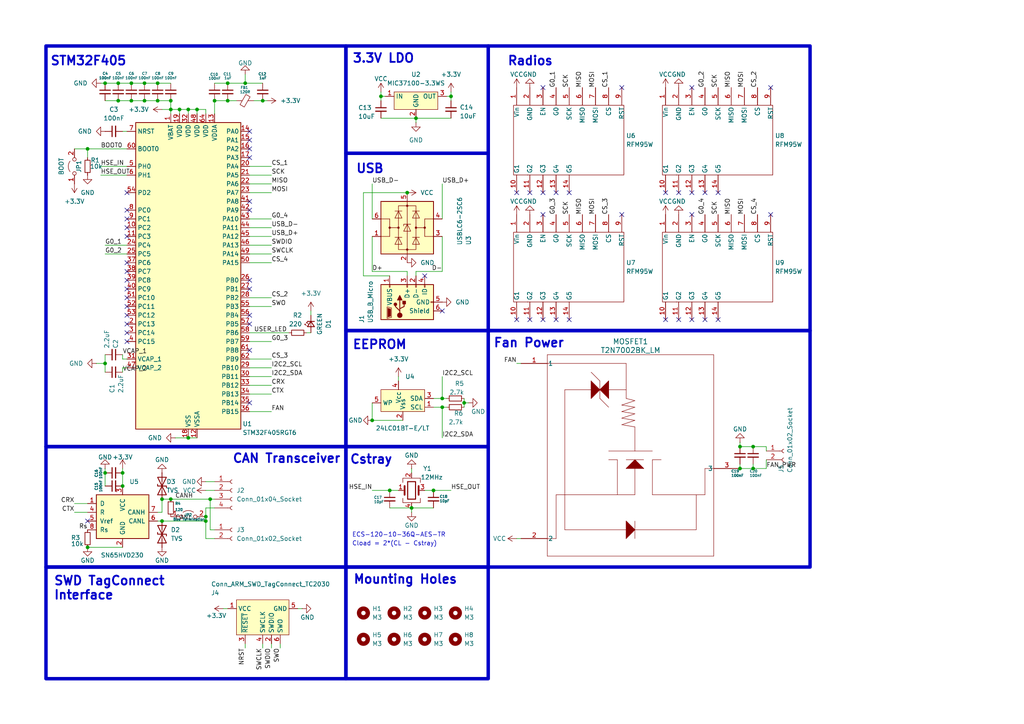
<source format=kicad_sch>
(kicad_sch (version 20231120) (generator "eeschema") (generator_version "8.0")
  (paper "A4")
  (junction (at 45.72 24.13))
  (junction (at 49.53 29.21))
  (junction (at 120.65 34.29))
  (junction (at 128.27 118.11))
  (junction (at 118.11 55.88))
  (junction (at 35.56 137.16))
  (junction (at 218.44 129.54))
  (junction (at 41.91 24.13))
  (junction (at 62.23 29.21))
  (junction (at 54.61 127))
  (junction (at 60.96 144.78))
  (junction (at 46.99 151.13))
  (junction (at 38.1 29.21))
  (junction (at 130.81 27.94))
  (junction (at 25.4 158.75))
  (junction (at 38.1 24.13))
  (junction (at 52.07 31.75))
  (junction (at 30.48 137.16))
  (junction (at 107.95 121.92))
  (junction (at 134.62 116.84))
  (junction (at 46.99 144.78))
  (junction (at 66.04 24.13))
  (junction (at 119.38 147.32))
  (junction (at 30.48 24.13))
  (junction (at 30.48 105.41))
  (junction (at 41.91 29.21))
  (junction (at 45.72 29.21))
  (junction (at 113.03 142.24))
  (junction (at 128.27 115.57))
  (junction (at 66.04 29.21))
  (junction (at 34.29 29.21))
  (junction (at 125.73 142.24))
  (junction (at 54.61 31.75))
  (junction (at 218.44 135.89))
  (junction (at 214.63 129.54))
  (junction (at 35.56 140.97))
  (junction (at 25.4 43.18))
  (junction (at 71.12 24.13))
  (junction (at 76.2 29.21))
  (junction (at 59.69 149.86))
  (junction (at 110.49 27.94))
  (junction (at 49.53 31.75))
  (junction (at 59.69 151.13))
  (junction (at 57.15 31.75))
  (junction (at 214.63 135.89))
  (junction (at 49.53 144.78))
  (junction (at 34.29 24.13))
  (no_connect (at 196.85 92.71))
  (no_connect (at 161.29 92.71))
  (no_connect (at 200.66 62.23))
  (no_connect (at 208.28 92.71))
  (no_connect (at 208.28 55.88))
  (no_connect (at 25.4 151.13))
  (no_connect (at 36.83 81.28))
  (no_connect (at 200.66 55.88))
  (no_connect (at 36.83 83.82))
  (no_connect (at 157.48 62.23))
  (no_connect (at 36.83 88.9))
  (no_connect (at 200.66 92.71))
  (no_connect (at 149.86 55.88))
  (no_connect (at 204.47 55.88))
  (no_connect (at 153.67 92.71))
  (no_connect (at 149.86 92.71))
  (no_connect (at 223.52 62.23))
  (no_connect (at 36.83 76.2))
  (no_connect (at 72.39 93.98))
  (no_connect (at 72.39 116.84))
  (no_connect (at 36.83 86.36))
  (no_connect (at 36.83 68.58))
  (no_connect (at 123.19 80.01))
  (no_connect (at 36.83 55.88))
  (no_connect (at 36.83 91.44))
  (no_connect (at 72.39 58.42))
  (no_connect (at 223.52 25.4))
  (no_connect (at 72.39 101.6))
  (no_connect (at 180.34 62.23))
  (no_connect (at 180.34 25.4))
  (no_connect (at 157.48 92.71))
  (no_connect (at 36.83 60.96))
  (no_connect (at 72.39 60.96))
  (no_connect (at 72.39 40.64))
  (no_connect (at 157.48 55.88))
  (no_connect (at 72.39 83.82))
  (no_connect (at 72.39 45.72))
  (no_connect (at 72.39 81.28))
  (no_connect (at 36.83 99.06))
  (no_connect (at 196.85 55.88))
  (no_connect (at 193.04 92.71))
  (no_connect (at 200.66 25.4))
  (no_connect (at 128.27 90.17))
  (no_connect (at 36.83 63.5))
  (no_connect (at 165.1 55.88))
  (no_connect (at 36.83 93.98))
  (no_connect (at 161.29 55.88))
  (no_connect (at 36.83 78.74))
  (no_connect (at 36.83 66.04))
  (no_connect (at 193.04 55.88))
  (no_connect (at 165.1 92.71))
  (no_connect (at 204.47 92.71))
  (no_connect (at 72.39 38.1))
  (no_connect (at 72.39 43.18))
  (no_connect (at 72.39 91.44))
  (no_connect (at 157.48 25.4))
  (no_connect (at 153.67 55.88))
  (no_connect (at 36.83 96.52))
  (wire (pts (xy 72.39 99.06) (xy 78.74 99.06)))
  (wire (pts (xy 76.2 29.21) (xy 77.47 29.21)))
  (wire (pts (xy 30.48 135.89) (xy 30.48 137.16)))
  (wire (pts (xy 214.63 134.62) (xy 214.63 135.89)))
  (wire (pts (xy 59.69 139.7) (xy 62.23 139.7)))
  (wire (pts (xy 72.39 48.26) (xy 78.74 48.26)))
  (wire (pts (xy 35.56 102.87) (xy 35.56 104.14)))
  (wire (pts (xy 71.12 24.13) (xy 76.2 24.13)))
  (wire (pts (xy 72.39 114.3) (xy 78.74 114.3)))
  (wire (pts (xy 27.94 105.41) (xy 30.48 105.41)))
  (wire (pts (xy 29.21 24.13) (xy 30.48 24.13)))
  (wire (pts (xy 81.28 187.96) (xy 81.28 186.69)))
  (wire (pts (xy 62.23 24.13) (xy 66.04 24.13)))
  (wire (pts (xy 21.59 43.18) (xy 25.4 43.18)))
  (wire (pts (xy 46.99 151.13) (xy 59.69 151.13)))
  (wire (pts (xy 120.65 35.56) (xy 120.65 34.29)))
  (wire (pts (xy 45.72 151.13) (xy 46.99 151.13)))
  (wire (pts (xy 25.4 43.18) (xy 36.83 43.18)))
  (wire (pts (xy 72.39 63.5) (xy 78.74 63.5)))
  (wire (pts (xy 72.39 111.76) (xy 78.74 111.76)))
  (wire (pts (xy 72.39 55.88) (xy 78.74 55.88)))
  (wire (pts (xy 45.72 148.59) (xy 46.99 148.59)))
  (wire (pts (xy 25.4 158.75) (xy 35.56 158.75)))
  (wire (pts (xy 90.17 90.17) (xy 90.17 91.44)))
  (wire (pts (xy 30.48 102.87) (xy 30.48 105.41)))
  (wire (pts (xy 72.39 71.12) (xy 78.74 71.12)))
  (wire (pts (xy 107.95 78.74) (xy 118.11 78.74)))
  (wire (pts (xy 30.48 73.66) (xy 36.83 73.66)))
  (wire (pts (xy 35.56 106.68) (xy 36.83 106.68)))
  (wire (pts (xy 218.44 135.89) (xy 218.44 134.62)))
  (wire (pts (xy 66.04 29.21) (xy 68.58 29.21)))
  (wire (pts (xy 46.99 31.75) (xy 49.53 31.75)))
  (wire (pts (xy 72.39 68.58) (xy 78.74 68.58)))
  (wire (pts (xy 54.61 31.75) (xy 57.15 31.75)))
  (wire (pts (xy 54.61 127) (xy 57.15 127)))
  (wire (pts (xy 119.38 135.89) (xy 119.38 137.16)))
  (wire (pts (xy 134.62 116.84) (xy 134.62 118.11)))
  (wire (pts (xy 128.27 53.34) (xy 128.27 63.5)))
  (wire (pts (xy 72.39 73.66) (xy 78.74 73.66)))
  (wire (pts (xy 72.39 53.34) (xy 78.74 53.34)))
  (wire (pts (xy 60.96 144.78) (xy 62.23 144.78)))
  (wire (pts (xy 118.11 78.74) (xy 118.11 80.01)))
  (wire (pts (xy 45.72 29.21) (xy 49.53 29.21)))
  (wire (pts (xy 119.38 147.32) (xy 119.38 148.59)))
  (wire (pts (xy 59.69 142.24) (xy 62.23 142.24)))
  (wire (pts (xy 29.21 50.8) (xy 36.83 50.8)))
  (wire (pts (xy 129.54 27.94) (xy 130.81 27.94)))
  (wire (pts (xy 59.69 147.32) (xy 62.23 147.32)))
  (wire (pts (xy 113.03 80.01) (xy 105.41 80.01)))
  (wire (pts (xy 110.49 27.94) (xy 111.76 27.94)))
  (wire (pts (xy 134.62 115.57) (xy 134.62 116.84)))
  (wire (pts (xy 222.25 135.89) (xy 222.25 133.35)))
  (wire (pts (xy 72.39 96.52) (xy 83.82 96.52)))
  (wire (pts (xy 54.61 33.02) (xy 54.61 31.75)))
  (wire (pts (xy 41.91 29.21) (xy 45.72 29.21)))
  (wire (pts (xy 59.69 149.86) (xy 59.69 151.13)))
  (wire (pts (xy 30.48 71.12) (xy 36.83 71.12)))
  (wire (pts (xy 71.12 21.59) (xy 71.12 24.13)))
  (wire (pts (xy 128.27 109.22) (xy 128.27 115.57)))
  (wire (pts (xy 107.95 68.58) (xy 107.95 78.74)))
  (wire (pts (xy 128.27 127) (xy 128.27 118.11)))
  (wire (pts (xy 35.56 104.14) (xy 36.83 104.14)))
  (wire (pts (xy 214.63 129.54) (xy 218.44 129.54)))
  (wire (pts (xy 110.49 26.67) (xy 110.49 27.94)))
  (wire (pts (xy 130.81 26.67) (xy 130.81 27.94)))
  (wire (pts (xy 78.74 187.96) (xy 78.74 186.69)))
  (wire (pts (xy 57.15 33.02) (xy 57.15 31.75)))
  (wire (pts (xy 45.72 24.13) (xy 49.53 24.13)))
  (wire (pts (xy 125.73 142.24) (xy 123.19 142.24)))
  (wire (pts (xy 128.27 78.74) (xy 128.27 68.58)))
  (wire (pts (xy 72.39 76.2) (xy 78.74 76.2)))
  (wire (pts (xy 128.27 115.57) (xy 129.54 115.57)))
  (wire (pts (xy 128.27 118.11) (xy 125.73 118.11)))
  (wire (pts (xy 59.69 33.02) (xy 59.69 31.75)))
  (wire (pts (xy 214.63 135.89) (xy 218.44 135.89)))
  (wire (pts (xy 214.63 128.27) (xy 214.63 129.54)))
  (wire (pts (xy 71.12 187.96) (xy 71.12 186.69)))
  (wire (pts (xy 41.91 24.13) (xy 45.72 24.13)))
  (wire (pts (xy 128.27 115.57) (xy 125.73 115.57)))
  (wire (pts (xy 59.69 31.75) (xy 57.15 31.75)))
  (wire (pts (xy 113.03 147.32) (xy 119.38 147.32)))
  (wire (pts (xy 34.29 24.13) (xy 38.1 24.13)))
  (wire (pts (xy 72.39 50.8) (xy 78.74 50.8)))
  (wire (pts (xy 30.48 29.21) (xy 34.29 29.21)))
  (wire (pts (xy 110.49 29.21) (xy 110.49 27.94)))
  (wire (pts (xy 30.48 137.16) (xy 30.48 140.97)))
  (wire (pts (xy 107.95 116.84) (xy 107.95 121.92)))
  (wire (pts (xy 54.61 31.75) (xy 52.07 31.75)))
  (wire (pts (xy 218.44 129.54) (xy 222.25 129.54)))
  (wire (pts (xy 62.23 29.21) (xy 62.23 33.02)))
  (wire (pts (xy 72.39 104.14) (xy 78.74 104.14)))
  (wire (pts (xy 35.56 135.89) (xy 35.56 137.16)))
  (wire (pts (xy 30.48 105.41) (xy 30.48 107.95)))
  (wire (pts (xy 49.53 144.78) (xy 60.96 144.78)))
  (wire (pts (xy 46.99 148.59) (xy 46.99 144.78)))
  (wire (pts (xy 49.53 31.75) (xy 52.07 31.75)))
  (wire (pts (xy 72.39 106.68) (xy 78.74 106.68)))
  (wire (pts (xy 149.86 105.41) (xy 151.13 105.41)))
  (wire (pts (xy 86.36 176.53) (xy 87.63 176.53)))
  (wire (pts (xy 107.95 121.92) (xy 116.84 121.92)))
  (wire (pts (xy 46.99 144.78) (xy 49.53 144.78)))
  (wire (pts (xy 120.65 78.74) (xy 128.27 78.74)))
  (wire (pts (xy 38.1 24.13) (xy 41.91 24.13)))
  (wire (pts (xy 73.66 29.21) (xy 76.2 29.21)))
  (wire (pts (xy 72.39 109.22) (xy 78.74 109.22)))
  (wire (pts (xy 149.86 156.21) (xy 151.13 156.21)))
  (wire (pts (xy 72.39 119.38) (xy 78.74 119.38)))
  (wire (pts (xy 66.04 24.13) (xy 71.12 24.13)))
  (wire (pts (xy 120.65 34.29) (xy 130.81 34.29)))
  (wire (pts (xy 218.44 135.89) (xy 222.25 135.89)))
  (wire (pts (xy 30.48 24.13) (xy 34.29 24.13)))
  (wire (pts (xy 119.38 147.32) (xy 125.73 147.32)))
  (wire (pts (xy 38.1 29.21) (xy 41.91 29.21)))
  (wire (pts (xy 222.25 129.54) (xy 222.25 130.81)))
  (wire (pts (xy 59.69 151.13) (xy 59.69 156.21)))
  (wire (pts (xy 35.56 137.16) (xy 35.56 140.97)))
  (wire (pts (xy 105.41 80.01) (xy 105.41 55.88)))
  (wire (pts (xy 29.21 48.26) (xy 36.83 48.26)))
  (wire (pts (xy 130.81 27.94) (xy 130.81 29.21)))
  (wire (pts (xy 78.74 86.36) (xy 72.39 86.36)))
  (wire (pts (xy 115.57 109.22) (xy 115.57 110.49)))
  (wire (pts (xy 72.39 88.9) (xy 78.74 88.9)))
  (wire (pts (xy 60.96 144.78) (xy 60.96 153.67)))
  (wire (pts (xy 105.41 55.88) (xy 118.11 55.88)))
  (wire (pts (xy 59.69 156.21) (xy 62.23 156.21)))
  (wire (pts (xy 21.59 146.05) (xy 25.4 146.05)))
  (wire (pts (xy 52.07 31.75) (xy 52.07 33.02)))
  (wire (pts (xy 60.96 153.67) (xy 62.23 153.67)))
  (wire (pts (xy 49.53 29.21) (xy 49.53 31.75)))
  (wire (pts (xy 110.49 34.29) (xy 120.65 34.29)))
  (wire (pts (xy 107.95 53.34) (xy 107.95 63.5)))
  (wire (pts (xy 107.95 142.24) (xy 113.03 142.24)))
  (wire (pts (xy 134.62 116.84) (xy 135.89 116.84)))
  (wire (pts (xy 49.53 33.02) (xy 49.53 31.75)))
  (wire (pts (xy 128.27 118.11) (xy 129.54 118.11)))
  (wire (pts (xy 62.23 29.21) (xy 66.04 29.21)))
  (wire (pts (xy 76.2 187.96) (xy 76.2 186.69)))
  (wire (pts (xy 21.59 148.59) (xy 25.4 148.59)))
  (wire (pts (xy 59.69 149.86) (xy 59.69 147.32)))
  (wire (pts (xy 72.39 66.04) (xy 78.74 66.04)))
  (wire (pts (xy 25.4 45.72) (xy 25.4 43.18)))
  (wire (pts (xy 50.8 127) (xy 54.61 127)))
  (wire (pts (xy 90.17 96.52) (xy 88.9 96.52)))
  (wire (pts (xy 35.56 107.95) (xy 35.56 106.68)))
  (wire (pts (xy 35.56 38.1) (xy 36.83 38.1)))
  (wire (pts (xy 120.65 80.01) (xy 120.65 78.74)))
  (wire (pts (xy 34.29 29.21) (xy 38.1 29.21)))
  (wire (pts (xy 125.73 142.24) (xy 130.81 142.24)))
  (wire (pts (xy 113.03 142.24) (xy 115.57 142.24)))
  (wire (pts (xy 64.77 176.53) (xy 66.04 176.53)))
  (rectangle (start 100.33 13.335) (end 141.605 44.45) (stroke (width 1)))
  (rectangle (start 100.33 95.885) (end 141.605 129.54) (stroke (width 1)))
  (rectangle (start 141.605 95.885) (end 234.95 164.465) (stroke (width 1)))
  (rectangle (start 13.335 13.335) (end 100.33 129.54) (stroke (width 1)))
  (rectangle (start 141.605 13.335) (end 234.95 95.885) (stroke (width 1)))
  (rectangle (start 100.33 164.465) (end 141.605 196.85) (stroke (width 1)))
  (rectangle (start 100.33 129.54) (end 141.605 164.465) (stroke (width 1)))
  (rectangle (start 100.33 44.45) (end 141.605 95.885) (stroke (width 1)))
  (rectangle (start 13.335 164.465) (end 100.33 196.85) (stroke (width 1)))
  (rectangle (start 13.335 129.54) (end 100.33 164.465) (stroke (width 1)))
  (text "EEPROM" (at 102.108 101.6 0) (effects (font (size 2.56 2.56) (thickness 0.512) (bold yes)) (justify left bottom)))
  (text "Radios" (at 147.066 19.304 0) (effects (font (size 2.56 2.56) (thickness 0.512) (bold yes)) (justify left bottom)))
  (text "Fan Power" (at 143.002 101.092 0) (effects (font (size 2.56 2.56) (thickness 0.512) (bold yes)) (justify left bottom)))
  (text "ECS-120-10-36Q-AES-TR" (at 102.108 155.956 0) (effects (font (size 1.27 1.27)) (justify left bottom)))
  (text "STM32F405" (at 14.478 19.304 0) (effects (font (size 2.56 2.56) (thickness 0.512) (bold yes)) (justify left bottom)))
  (text "Mounting Holes" (at 102.362 169.672 0) (effects (font (size 2.56 2.56) (thickness 0.512) (bold yes)) (justify left bottom)))
  (text "3.3V LDO" (at 102.108 18.542 0) (effects (font (size 2.56 2.56) (thickness 0.512) (bold yes)) (justify left bottom)))
  (text "Cstray" (at 101.346 134.874 0) (effects (font (size 2.56 2.56) (thickness 0.512) (bold yes)) (justify left bottom)))
  (text "USB" (at 103.124 50.546 0) (effects (font (size 2.56 2.56) (thickness 0.512) (bold yes)) (justify left bottom)))
  (text "Cload = 2*(CL - Cstray)" (at 102.108 158.496 0) (effects (font (size 1.27 1.27)) (justify left bottom)))
  (text "SWD TagConnect\nInterface" (at 15.494 174.244 0) (effects (font (size 2.56 2.56) (thickness 0.512) (bold yes)) (justify left bottom)))
  (text "CAN Transceiver" (at 67.31 134.62 0) (effects (font (size 2.56 2.56) (thickness 0.512) (bold yes)) (justify left bottom)))
  (label "CS_1" (at 78.74 48.26 0))
  (label "G0_1" (at 161.29 25.4 90))
  (label "CS_4" (at 219.71 62.23 90))
  (label "VCAP_1" (at 35.56 102.87 0))
  (label "CRX" (at 78.74 111.76 0))
  (label "MISO" (at 212.09 62.23 90))
  (label "G0_3" (at 161.29 62.23 90))
  (label "CRX" (at 21.59 146.05 180))
  (label "MISO" (at 78.74 53.34 0))
  (label "I2C2_SCL" (at 128.27 109.22 0))
  (label "VCAP_2" (at 35.56 107.95 0))
  (label "FAN_PWR" (at 222.25 135.89 0))
  (label "SWDIO" (at 78.74 71.12 0))
  (label "D+" (at 107.95 78.74 0))
  (label "CTX" (at 78.74 114.3 0))
  (label "MOSI" (at 215.9 62.23 90))
  (label "G0_3" (at 78.74 99.06 0))
  (label "SWO" (at 78.74 88.9 0))
  (label "SCK" (at 165.1 25.4 90))
  (label "SWDIO" (at 78.74 187.96 270))
  (label "CS_2" (at 219.71 25.4 90))
  (label "SCK" (at 208.28 62.23 90))
  (label "FAN" (at 78.74 119.38 0))
  (label "D-" (at 128.27 78.74 180))
  (label "MOSI" (at 172.72 25.4 90))
  (label "USB_D+" (at 128.27 53.34 0))
  (label "CS_4" (at 78.74 76.2 0))
  (label "HSE_IN" (at 107.95 142.24 180))
  (label "MOSI" (at 172.72 62.23 90))
  (label "G0_4" (at 78.74 63.5 0))
  (label "MOSI" (at 215.9 25.4 90))
  (label "CS_2" (at 78.74 86.36 0))
  (label "HSE_OUT" (at 29.21 50.8 0))
  (label "SCK" (at 165.1 62.23 90))
  (label "G0_1" (at 30.48 71.12 0))
  (label "MISO" (at 168.91 62.23 90))
  (label "CANH" (at 50.8 144.78 0))
  (label "G0_2" (at 30.48 73.66 0))
  (label "CS_3" (at 78.74 104.14 0))
  (label "NRST" (at 71.12 187.96 270))
  (label "SWCLK" (at 78.74 73.66 0))
  (label "CS_1" (at 176.53 25.4 90))
  (label "FAN" (at 149.86 105.41 180))
  (label "USB_D-" (at 107.95 53.34 0))
  (label "I2C2_SDA" (at 128.27 127 0))
  (label "BOOT0" (at 29.21 43.18 0))
  (label "HSE_IN" (at 29.21 48.26 0))
  (label "SWCLK" (at 76.2 187.96 270))
  (label "I2C2_SDA" (at 78.74 109.22 0))
  (label "USB_D+" (at 78.74 68.58 0))
  (label "CTX" (at 21.59 148.59 180))
  (label "USER_LED" (at 73.66 96.52 0))
  (label "G0_2" (at 204.47 25.4 90))
  (label "HSE_OUT" (at 130.81 142.24 0))
  (label "CANL" (at 50.8 151.13 0))
  (label "I2C2_SCL" (at 78.74 106.68 0))
  (label "Rs" (at 25.4 153.67 180))
  (label "SCK" (at 78.74 50.8 0))
  (label "MOSI" (at 78.74 55.88 0))
  (label "USB_D-" (at 78.74 66.04 0))
  (label "MISO" (at 212.09 25.4 90))
  (label "SCK" (at 208.28 25.4 90))
  (label "G0_4" (at 204.47 62.23 90))
  (label "MISO" (at 168.91 25.4 90))
  (label "SWO" (at 81.28 187.96 270))
  (label "CS_3" (at 176.53 62.23 90))
  (symbol (lib_id "power:GND") (at 50.8 127 270) (unit 1)
    (property "Reference" "#PWR07" (effects (hide yes)))
    (property "Value" "GND" (at 46.99 126.9999 90) (effects (justify right)))
    (property "Description" "Power symbol creates a global label with name \"GND\" , ground" (effects (hide yes)))
  )
  (symbol (lib_id "New_Library:T2N7002BK_LM") (at 151.13 105.41 0) (unit 1)
    (property "Reference" "MOSFET1" (at 182.88 99.06 0) (effects (font (size 1.524 1.524))))
    (property "Value" "T2N7002BK_LM" (at 182.88 101.6 0) (effects (font (size 1.524 1.524))))
    (property "Footprint" "SOT23_TOS" (effects (hide yes)))
    (property "Datasheet" "T2N7002BK_LM" (effects (hide yes)))
  )
  (symbol (lib_id "Device:C_Small") (at 76.2 26.67 0) (unit 1)
    (property "Reference" "C12" (at 74.93 21.4693 0) (effects (font (size 0.75 0.75)) (justify left)))
    (property "Value" "1uF" (at 75.184 22.606 0) (effects (font (size 0.75 0.75)) (justify left)))
    (property "Footprint" "Capacitor_SMD:C_0603_1608Metric" (effects (hide yes)))
  )
  (symbol (lib_id "Connector:Conn_01x04_Socket") (at 67.31 142.24 0) (unit 1)
    (property "Reference" "J2" (at 68.58 142.2399 0) (effects (justify left)))
    (property "Value" "Conn_01x04_Socket" (at 68.58 144.7799 0) (effects (justify left)))
    (property "Description" "Generic connector, single row, 01x04, script generated" (effects (hide yes)))
  )
  (symbol (lib_id "power:GND") (at 30.48 135.89 180) (unit 1)
    (property "Reference" "#PWR011" (effects (hide yes)))
    (property "Value" "GND" (at 30.48 132.588 0))
    (property "Description" "Power symbol creates a global label with name \"GND\" , ground" (effects (hide yes)))
  )
  (symbol (lib_id "Device:C_Small") (at 49.53 26.67 0) (unit 1)
    (property "Reference" "C9" (at 48.768 21.336 0) (effects (font (size 0.75 0.75)) (justify left)))
    (property "Value" "100nF" (at 47.752 22.606 0) (effects (font (size 0.75 0.75)) (justify left)))
    (property "Footprint" "Capacitor_SMD:C_0402_1005Metric" (effects (hide yes)))
  )
  (symbol (lib_id "power:VCC") (at 193.04 25.4 0) (unit 1)
    (property "Reference" "#PWR042" (effects (hide yes)))
    (property "Value" "VCC" (at 193.04 21.59 0))
  )
  (symbol (lib_id "power:GND") (at 153.67 62.23 180) (unit 1)
    (property "Reference" "#PWR031" (effects (hide yes)))
    (property "Value" "GND" (at 153.67 58.42 0))
  )
  (symbol (lib_id "Device:D_TVS") (at 46.99 154.94 90) (unit 1)
    (property "Reference" "D2" (at 49.53 153.67 90) (effects (justify right)))
    (property "Value" "TVS" (at 49.53 156.21 90) (effects (justify right)))
    (property "Footprint" "Library:SOD-123FL" (effects (hide yes)))
  )
  (symbol (lib_id "Device:C_Small") (at 30.48 26.67 0) (unit 1)
    (property "Reference" "C4" (at 29.718 21.336 0) (effects (font (size 0.75 0.75)) (justify left)))
    (property "Value" "100nF" (at 28.702 22.606 0) (effects (font (size 0.75 0.75)) (justify left)))
    (property "Footprint" "Capacitor_SMD:C_0402_1005Metric" (effects (hide yes)))
  )
  (symbol (lib_name "RFM69HCW_1") (lib_id "Radio:RFM69HCW") (at 165.1 40.64 270) (unit 1)
    (property "Reference" "U6" (at 181.61 39.3699 90) (effects (justify left)))
    (property "Value" "RFM95W" (at 181.61 41.9099 90) (effects (justify left)))
    (property "Footprint" "Radio:RFM95W" (effects (hide yes)))
  )
  (symbol (lib_id "power:GND") (at 153.67 25.4 180) (unit 1)
    (property "Reference" "#PWR030" (effects (hide yes)))
    (property "Value" "GND" (at 153.67 21.59 0))
  )
  (symbol (lib_id "Mechanical:MountingHole") (at 132.08 185.42 0) (unit 1)
    (property "Reference" "H8" (at 134.62 184.15 0) (effects (justify left)))
    (property "Value" "M3" (at 134.62 186.69 0) (effects (justify left)))
    (property "Footprint" "MountingHole:MountingHole_3.2mm_M3" (effects (hide yes)))
  )
  (symbol (lib_id "Mechanical:MountingHole") (at 105.41 177.8 0) (unit 1)
    (property "Reference" "H1" (at 107.95 176.53 0) (effects (justify left)))
    (property "Value" "M3" (at 107.95 179.07 0) (effects (justify left)))
    (property "Footprint" "MountingHole:MountingHole_3.2mm_M3" (effects (hide yes)))
  )
  (symbol (lib_id "Connector:Conn_01x02_Socket") (at 67.31 153.67 0) (unit 1)
    (property "Reference" "J3" (at 68.58 153.6699 0) (effects (justify left)))
    (property "Value" "Conn_01x02_Socket" (at 68.58 156.2099 0) (effects (justify left)))
    (property "Description" "Generic connector, single row, 01x02, script generated" (effects (hide yes)))
  )
  (symbol (lib_id "Connector:USB_B_Micro") (at 118.11 87.63 90) (unit 1)
    (property "Reference" "J1" (at 104.902 93.726 0) (effects (justify left)))
    (property "Value" "USB_B_Micro" (at 107.442 93.726 0) (effects (justify left)))
    (property "Description" "USB Micro Type B connector" (effects (hide yes)))
  )
  (symbol (lib_id "power:+3.3V") (at 130.81 26.67 0) (unit 1)
    (property "Reference" "#PWR013" (effects (hide yes)))
    (property "Value" "+3.3V" (at 130.81 21.59 0))
  )
  (symbol (lib_id "power:+3.3V") (at 21.59 53.34 180) (unit 1)
    (property "Reference" "#PWR04" (effects (hide yes)))
    (property "Value" "+3.3V" (at 21.59 58.42 0))
  )
  (symbol (lib_id "power:GND") (at 71.12 21.59 180) (unit 1)
    (property "Reference" "#PWR09" (effects (hide yes)))
    (property "Value" "GND" (at 71.12 18.288 0))
    (property "Description" "Power symbol creates a global label with name \"GND\" , ground" (effects (hide yes)))
  )
  (symbol (lib_id "power:+3.3V") (at 64.77 176.53 90) (unit 1)
    (property "Reference" "#PWR032" (effects (hide yes)))
    (property "Value" "+3.3V" (at 62.738 178.562 90))
  )
  (symbol (lib_id "power:+3.3V") (at 77.47 29.21 270) (unit 1)
    (property "Reference" "#PWR08" (effects (hide yes)))
    (property "Value" "+3.3V" (at 81.28 29.2099 90) (effects (justify left)))
  )
  (symbol (lib_id "power:GND") (at 119.38 148.59 0) (unit 1)
    (property "Reference" "#PWR026" (effects (hide yes)))
    (property "Value" "GND" (at 119.38 152.4 0))
  )
  (symbol (lib_id "Device:D_TVS") (at 46.99 140.97 90) (unit 1)
    (property "Reference" "D3" (at 48.26 139.7 90) (effects (justify right)))
    (property "Value" "TVS" (at 48.26 142.24 90) (effects (justify right)))
    (property "Footprint" "Library:SOD-123FL" (effects (hide yes)))
  )
  (symbol (lib_id "Device:C_Small") (at 38.1 26.67 0) (unit 1)
    (property "Reference" "C6" (at 37.338 21.336 0) (effects (font (size 0.75 0.75)) (justify left)))
    (property "Value" "100nF" (at 36.322 22.606 0) (effects (font (size 0.75 0.75)) (justify left)))
    (property "Footprint" "Capacitor_SMD:C_0402_1005Metric" (effects (hide yes)))
  )
  (symbol (lib_id "power:VCC") (at 110.49 26.67 0) (unit 1)
    (property "Reference" "#PWR014" (effects (hide yes)))
    (property "Value" "VCC" (at 110.49 22.86 0))
  )
  (symbol (lib_id "Device:R_Small") (at 86.36 96.52 270) (unit 1)
    (property "Reference" "R2" (at 87.63 91.44 90) (effects (justify right)))
    (property "Value" "220" (at 87.63 93.98 90) (effects (justify right)))
    (property "Footprint" "Resistor_SMD:R_0805_2012Metric" (effects (hide yes)))
  )
  (symbol (lib_id "Device:Crystal_GND24") (at 119.38 142.24 0) (unit 1)
    (property "Reference" "Y1" (at 123.952 135.89 0))
    (property "Value" "12MHz" (at 125.222 138.43 0))
    (property "Footprint" "Crystal:Crystal_SMD_2520-4Pin_2.5x2.0mm" (effects (hide yes)))
  )
  (symbol (lib_id "Device:R_Small") (at 49.53 147.32 0) (unit 1)
    (property "Reference" "R4" (at 50.8 146.05 0) (effects (font (size 0.75 0.75)) (justify left)))
    (property "Value" "120" (at 50.8 147.828 0) (effects (font (size 0.75 0.75)) (justify left)))
    (property "Footprint" "Resistor_SMD:R_0603_1608Metric" (effects (hide yes)))
  )
  (symbol (lib_id "Mechanical:MountingHole") (at 123.19 177.8 0) (unit 1)
    (property "Reference" "H3" (at 125.73 176.53 0) (effects (justify left)))
    (property "Value" "M3" (at 125.73 179.07 0) (effects (justify left)))
    (property "Footprint" "MountingHole:MountingHole_3.2mm_M3" (effects (hide yes)))
  )
  (symbol (lib_id "Device:C_Small") (at 66.04 26.67 0) (unit 1)
    (property "Reference" "C11" (at 64.77 21.4693 0) (effects (font (size 0.75 0.75)) (justify left)))
    (property "Value" "1uF" (at 65.024 22.606 0) (effects (font (size 0.75 0.75)) (justify left)))
    (property "Footprint" "Capacitor_SMD:C_0603_1608Metric" (effects (hide yes)))
  )
  (symbol (lib_id "power:GND") (at 196.85 62.23 180) (unit 1)
    (property "Reference" "#PWR045" (effects (hide yes)))
    (property "Value" "GND" (at 196.85 58.42 0))
  )
  (symbol (lib_id "power:GND") (at 128.27 87.63 90) (unit 1)
    (property "Reference" "#PWR016" (effects (hide yes)))
    (property "Value" "GND" (at 132.08 87.6299 90) (effects (justify right)))
    (property "Description" "Power symbol creates a global label with name \"GND\" , ground" (effects (hide yes)))
  )
  (symbol (lib_id "Mechanical:MountingHole") (at 123.19 185.42 0) (unit 1)
    (property "Reference" "H7" (at 125.73 184.15 0) (effects (justify left)))
    (property "Value" "M3" (at 125.73 186.69 0) (effects (justify left)))
    (property "Footprint" "MountingHole:MountingHole_3.2mm_M3" (effects (hide yes)))
  )
  (symbol (lib_id "Device:C_Small") (at 62.23 26.67 0) (unit 1)
    (property "Reference" "C10" (at 60.96 21.59 0) (effects (font (size 0.75 0.75)) (justify left)))
    (property "Value" "100nF" (at 60.452 22.7267 0) (effects (font (size 0.75 0.75)) (justify left)))
    (property "Footprint" "Capacitor_SMD:C_0402_1005Metric" (effects (hide yes)))
  )
  (symbol (lib_id "Device:C_Small") (at 110.49 31.75 0) (unit 1)
    (property "Reference" "C13" (at 103.886 31.242 0) (effects (justify left)))
    (property "Value" "10uF" (at 103.886 33.782 0) (effects (justify left)))
    (property "Footprint" "Capacitor_SMD:C_0805_2012Metric" (effects (hide yes)))
  )
  (symbol (lib_id "power:VCC") (at 193.04 62.23 0) (unit 1)
    (property "Reference" "#PWR043" (effects (hide yes)))
    (property "Value" "VCC" (at 193.04 58.42 0))
  )
  (symbol (lib_name "RFM69HCW_1") (lib_id "Radio:RFM69HCW") (at 208.28 40.64 270) (unit 1)
    (property "Reference" "U8" (at 224.79 39.3699 90) (effects (justify left)))
    (property "Value" "RFM95W" (at 224.79 41.9099 90) (effects (justify left)))
    (property "Footprint" "Radio:RFM95W" (effects (hide yes)))
  )
  (symbol (lib_id "power:GND") (at 120.65 35.56 0) (unit 1)
    (property "Reference" "#PWR012" (effects (hide yes)))
    (property "Value" "GND" (at 120.65 40.64 0))
    (property "Description" "Power symbol creates a global label with name \"GND\" , ground" (effects (hide yes)))
  )
  (symbol (lib_id "Jumper:Jumper_2_Open") (at 21.59 48.26 90) (unit 1)
    (property "Reference" "JP1" (at 22.86 48.26 0))
    (property "Value" "BOOT" (at 17.78 48.26 0))
    (property "Footprint" "Connector_PinHeader_2.54mm:PinHeader_1x02_P2.54mm_Vertical" (effects (hide yes)))
  )
  (symbol (lib_id "Connector:Conn_01x02_Socket") (at 227.33 130.81 0) (unit 1)
    (property "Reference" "J5" (at 226.568 137.16 90) (effects (justify left)))
    (property "Value" "Conn_01x02_Socket" (at 229.108 137.16 90) (effects (justify left)))
    (property "Description" "Generic connector, single row, 01x02, script generated" (effects (hide yes)))
  )
  (symbol (lib_id "Device:C_Small") (at 113.03 144.78 0) (unit 1)
    (property "Reference" "C17" (at 108.458 144.272 0) (effects (font (size 0.75 0.75)) (justify left)))
    (property "Value" "10pF" (at 108.458 145.542 0) (effects (font (size 0.75 0.75)) (justify left)))
    (property "Footprint" "Capacitor_SMD:C_0402_1005Metric" (effects (hide yes)))
  )
  (symbol (lib_id "Device:C_Small") (at 130.81 31.75 0) (unit 1)
    (property "Reference" "C14" (at 133.35 31.1213 0) (effects (justify left)))
    (property "Value" "10uF" (at 133.35 33.6613 0) (effects (justify left)))
    (property "Footprint" "Capacitor_SMD:C_0805_2012Metric" (effects (hide yes)))
  )
  (symbol (lib_id "Library:MIC37100-3.3WS") (at 120.65 24.13 0) (unit 1)
    (property "Reference" "U2" (at 120.65 21.59 0))
    (property "Value" "MIC37100-3.3WS" (at 120.65 24.13 0))
    (property "Footprint" "Package_TO_SOT_SMD:SOT-223-3_TabPin2" (effects (hide yes)))
  )
  (symbol (lib_id "power:VCC") (at 149.86 156.21 90) (unit 1)
    (property "Reference" "#PWR034" (effects (hide yes)))
    (property "Value" "VCC" (at 146.812 156.21 90) (effects (justify left)))
  )
  (symbol (lib_id "Jumper:Jumper_2_Open") (at 54.61 149.86 0) (unit 1)
    (property "Reference" "JP2" (at 54.61 149.352 0) (effects (font (size 0.75 0.75))))
    (property "Value" "Bus Termination" (at 54.864 150.622 0) (effects (font (size 0.75 0.75))))
    (property "Footprint" "Connector_PinHeader_2.54mm:PinHeader_1x02_P2.54mm_Vertical" (effects (hide yes)))
  )
  (symbol (lib_id "power:+3.3V") (at 115.57 109.22 0) (unit 1)
    (property "Reference" "#PWR018" (effects (hide yes)))
    (property "Value" "+3.3V" (at 115.57 104.14 0))
  )
  (symbol (lib_id "Mechanical:MountingHole") (at 132.08 177.8 0) (unit 1)
    (property "Reference" "H4" (at 134.62 176.53 0) (effects (justify left)))
    (property "Value" "M3" (at 134.62 179.07 0) (effects (justify left)))
    (property "Footprint" "MountingHole:MountingHole_3.2mm_M3" (effects (hide yes)))
  )
  (symbol (lib_id "Device:R_Small") (at 132.08 118.11 90) (unit 1)
    (property "Reference" "R6" (at 134.366 119.888 90) (effects (justify left)))
    (property "Value" "2.7k" (at 134.366 122.428 90) (effects (justify left)))
    (property "Footprint" "Resistor_SMD:R_0603_1608Metric" (effects (hide yes)))
  )
  (symbol (lib_id "Device:C_Small") (at 125.73 144.78 0) (unit 1)
    (property "Reference" "C18" (at 127.508 144.018 0) (effects (font (size 0.75 0.75)) (justify left)))
    (property "Value" "10pF" (at 127.508 145.288 0) (effects (font (size 0.75 0.75)) (justify left)))
    (property "Footprint" "Capacitor_SMD:C_0402_1005Metric" (effects (hide yes)))
  )
  (symbol (lib_id "Library:24LC01BT-x/LT") (at 116.84 110.49 0) (unit 1)
    (property "Reference" "U4" (at 117.5259 109.22 0) (effects (justify left)))
    (property "Value" "24LC01BT-E/LT" (at 108.966 124.206 0) (effects (justify left)))
    (property "Footprint" "Library:SC-70-5" (effects (hide yes)))
  )
  (symbol (lib_id "Device:LED_Small") (at 90.17 93.98 90) (mirror x) (unit 1)
    (property "Reference" "D1" (at 95.25 93.98 0))
    (property "Value" "GREEN" (at 92.71 93.98 0))
    (property "Footprint" "LED_SMD:LED_0805_2012Metric" (effects (hide yes)))
  )
  (symbol (lib_id "Device:R_Small") (at 25.4 48.26 0) (mirror x) (unit 1)
    (property "Reference" "R1" (at 28.956 46.482 0) (effects (justify right)))
    (property "Value" "10k" (at 29.718 48.26 0) (effects (justify right)))
    (property "Footprint" "Resistor_SMD:R_0805_2012Metric" (effects (hide yes)))
  )
  (symbol (lib_id "power:VCC") (at 118.11 55.88 270) (unit 1)
    (property "Reference" "#PWR017" (effects (hide yes)))
    (property "Value" "VCC" (at 121.92 55.8799 90) (effects (justify left)))
  )
  (symbol (lib_id "power:GND") (at 107.95 121.92 270) (unit 1)
    (property "Reference" "#PWR019" (effects (hide yes)))
    (property "Value" "GND" (at 105.156 121.92 90) (effects (justify right)))
    (property "Description" "Power symbol creates a global label with name \"GND\" , ground" (effects (hide yes)))
  )
  (symbol (lib_id "Device:C_Small") (at 33.02 140.97 90) (unit 1)
    (property "Reference" "C15" (at 27.94 142.24 0) (effects (font (size 0.75 0.75)) (justify left)))
    (property "Value" "100nF" (at 29.21 142.748 0) (effects (font (size 0.75 0.75)) (justify left)))
    (property "Footprint" "Capacitor_SMD:C_0402_1005Metric" (effects (hide yes)))
  )
  (symbol (lib_id "Device:C_Small") (at 214.63 132.08 0) (unit 1)
    (property "Reference" "C19" (at 212.09 136.652 0) (effects (font (size 0.75 0.75)) (justify left)))
    (property "Value" "100nF" (at 212.09 137.922 0) (effects (font (size 0.75 0.75)) (justify left)))
    (property "Description" "Unpolarized capacitor, small symbol" (effects (hide yes)))
  )
  (symbol (lib_id "Device:C_Small") (at 34.29 26.67 0) (unit 1)
    (property "Reference" "C5" (at 33.528 21.336 0) (effects (font (size 0.75 0.75)) (justify left)))
    (property "Value" "100nF" (at 32.512 22.606 0) (effects (font (size 0.75 0.75)) (justify left)))
    (property "Footprint" "Capacitor_SMD:C_0402_1005Metric" (effects (hide yes)))
  )
  (symbol (lib_id "Mechanical:MountingHole") (at 114.3 185.42 0) (unit 1)
    (property "Reference" "H6" (at 116.84 184.15 0) (effects (justify left)))
    (property "Value" "M3" (at 116.84 186.69 0) (effects (justify left)))
    (property "Footprint" "MountingHole:MountingHole_3.2mm_M3" (effects (hide yes)))
  )
  (symbol (lib_id "Device:C_Small") (at 33.02 102.87 270) (mirror x) (unit 1)
    (property "Reference" "C2" (at 33.528 101.092 0) (effects (justify left)))
    (property "Value" "2.2uF" (at 30.988 101.092 0) (effects (justify left)))
    (property "Footprint" "Capacitor_SMD:C_0603_1608Metric" (effects (hide yes)))
  )
  (symbol (lib_id "Device:C_Small") (at 33.02 107.95 90) (unit 1)
    (property "Reference" "C1" (at 32.512 114.046 0) (effects (justify left)))
    (property "Value" "2.2uF" (at 35.052 114.046 0) (effects (justify left)))
    (property "Footprint" "Capacitor_SMD:C_0603_1608Metric" (effects (hide yes)))
  )
  (symbol (lib_id "Device:C_Small") (at 33.02 38.1 90) (unit 1)
    (property "Reference" "C3" (at 33.0263 31.75 90))
    (property "Value" "100nF" (at 33.0263 34.29 90))
    (property "Footprint" "Capacitor_SMD:C_0402_1005Metric" (effects (hide yes)))
  )
  (symbol (lib_id "Device:C_Small") (at 218.44 132.08 0) (unit 1)
    (property "Reference" "C20" (at 217.424 136.652 0) (effects (font (size 0.75 0.75)) (justify left)))
    (property "Value" "100nF" (at 217.424 137.922 0) (effects (font (size 0.75 0.75)) (justify left)))
    (property "Description" "Unpolarized capacitor, small symbol" (effects (hide yes)))
  )
  (symbol (lib_id "power:VCC") (at 59.69 142.24 90) (unit 1)
    (property "Reference" "#PWR023" (effects (hide yes)))
    (property "Value" "VCC" (at 56.896 142.24 90) (effects (justify left)))
  )
  (symbol (lib_id "power:GND") (at 46.99 137.16 180) (unit 1)
    (property "Reference" "#PWR024" (effects (hide yes)))
    (property "Value" "GND" (at 46.99 133.35 0))
    (property "Description" "Power symbol creates a global label with name \"GND\" , ground" (effects (hide yes)))
  )
  (symbol (lib_id "Device:C_Small") (at 41.91 26.67 0) (unit 1)
    (property "Reference" "C7" (at 41.148 21.336 0) (effects (font (size 0.75 0.75)) (justify left)))
    (property "Value" "100nF" (at 40.132 22.606 0) (effects (font (size 0.75 0.75)) (justify left)))
    (property "Footprint" "Capacitor_SMD:C_0402_1005Metric" (effects (hide yes)))
  )
  (symbol (lib_id "Interface_CAN_LIN:SN65HVD230") (at 35.56 148.59 0) (unit 1)
    (property "Reference" "U5" (at 37.5159 139.7 0) (effects (justify left)))
    (property "Value" "SN65HVD230" (at 29.21 161.036 0) (effects (justify left)))
    (property "Footprint" "Package_SO:SOIC-8_3.9x4.9mm_P1.27mm" (effects (hide yes)))
    (property "Datasheet" "http://www.ti.com/lit/ds/symlink/sn65hvd230.pdf" (effects (hide yes)))
  )
  (symbol (lib_id "power:GND") (at 118.11 76.2 90) (unit 1)
    (property "Reference" "#PWR015" (effects (hide yes)))
    (property "Value" "GND" (at 121.92 76.1999 90) (effects (justify right)))
    (property "Description" "Power symbol creates a global label with name \"GND\" , ground" (effects (hide yes)))
  )
  (symbol (lib_id "Device:C_Small") (at 33.02 137.16 90) (unit 1)
    (property "Reference" "C16" (at 27.94 138.43 0) (effects (font (size 0.75 0.75)) (justify left)))
    (property "Value" "100nF" (at 29.21 138.938 0) (effects (font (size 0.75 0.75)) (justify left)))
    (property "Footprint" "Capacitor_SMD:C_0402_1005Metric" (effects (hide yes)))
  )
  (symbol (lib_id "power:GND") (at 25.4 158.75 0) (unit 1)
    (property "Reference" "#PWR036" (effects (hide yes)))
    (property "Value" "GND" (at 25.4 162.56 0))
    (property "Description" "Power symbol creates a global label with name \"GND\" , ground" (effects (hide yes)))
  )
  (symbol (lib_id "power:GND") (at 25.4 50.8 0) (unit 1)
    (property "Reference" "#PWR03" (effects (hide yes)))
    (property "Value" "GND" (at 25.4 55.88 0))
    (property "Description" "Power symbol creates a global label with name \"GND\" , ground" (effects (hide yes)))
  )
  (symbol (lib_id "Connector:Conn_ARM_SWD_TagConnect_TC2030") (at 76.2 179.07 90) (mirror x) (unit 1) (in_bom no)
    (property "Reference" "J4" (at 61.214 171.958 90) (effects (justify right)))
    (property "Value" "Conn_ARM_SWD_TagConnect_TC2030" (at 61.214 169.418 90) (effects (justify right)))
    (property "Footprint" "Connector:Tag-Connect_TC2030-IDC-NL_2x03_P1.27mm_Vertical" (effects (hide yes)))
    (property "Datasheet" "https://www.tag-connect.com/wp-content/uploads/bsk-pdf-manager/TC2030-CTX_1.pdf" (effects (hide yes)))
  )
  (symbol (lib_name "RFM69HCW_1") (lib_id "Radio:RFM69HCW") (at 208.28 77.47 270) (unit 1)
    (property "Reference" "U9" (at 224.79 76.1999 90) (effects (justify left)))
    (property "Value" "RFM95W" (at 224.79 78.7399 90) (effects (justify left)))
    (property "Footprint" "Radio:RFM95W" (effects (hide yes)))
  )
  (symbol (lib_id "Device:FerriteBead_Small") (at 71.12 29.21 90) (unit 1)
    (property "Reference" "FB1" (at 70.866 25.4 90) (effects (font (size 0.75 0.75))))
    (property "Value" "120R" (at 71.0819 26.67 90) (effects (font (size 0.75 0.75))))
    (property "Footprint" "Inductor_SMD:L_0603_1608Metric" (effects (hide yes)))
  )
  (symbol (lib_id "power:VCC") (at 149.86 25.4 0) (unit 1)
    (property "Reference" "#PWR028" (effects (hide yes)))
    (property "Value" "VCC" (at 149.86 21.59 0))
  )
  (symbol (lib_id "power:GND") (at 119.38 135.89 180) (unit 1)
    (property "Reference" "#PWR027" (effects (hide yes)))
    (property "Value" "GND" (at 119.38 132.08 0))
  )
  (symbol (lib_id "Mechanical:MountingHole") (at 105.41 185.42 0) (unit 1)
    (property "Reference" "H5" (at 107.95 184.15 0) (effects (justify left)))
    (property "Value" "M3" (at 107.95 186.69 0) (effects (justify left)))
    (property "Footprint" "MountingHole:MountingHole_3.2mm_M3" (effects (hide yes)))
  )
  (symbol (lib_id "power:GND") (at 27.94 105.41 270) (unit 1)
    (property "Reference" "#PWR01" (effects (hide yes)))
    (property "Value" "GND" (at 24.13 105.4099 90) (effects (justify right)))
    (property "Description" "Power symbol creates a global label with name \"GND\" , ground" (effects (hide yes)))
  )
  (symbol (lib_id "power:VCC") (at 149.86 62.23 0) (unit 1)
    (property "Reference" "#PWR029" (effects (hide yes)))
    (property "Value" "VCC" (at 149.86 58.42 0))
  )
  (symbol (lib_id "power:GND") (at 87.63 176.53 90) (unit 1)
    (property "Reference" "#PWR033" (effects (hide yes)))
    (property "Value" "GND" (at 89.154 179.07 90))
  )
  (symbol (lib_id "Device:C_Small") (at 45.72 26.67 0) (unit 1)
    (property "Reference" "C8" (at 44.958 21.336 0) (effects (font (size 0.75 0.75)) (justify left)))
    (property "Value" "100nF" (at 43.942 22.606 0) (effects (font (size 0.75 0.75)) (justify left)))
    (property "Footprint" "Capacitor_SMD:C_0402_1005Metric" (effects (hide yes)))
  )
  (symbol (lib_id "MCU_ST_STM32F4:STM32F405RGTx") (at 54.61 81.28 0) (unit 1)
    (property "Reference" "U1" (at 70.358 122.936 0) (effects (justify left)))
    (property "Value" "STM32F405RGT6" (at 70.358 125.476 0) (effects (justify left)))
    (property "Footprint" "Package_QFP:LQFP-64_10x10mm_P0.5mm" (effects (hide yes)))
    (property "Datasheet" "https://www.st.com/resource/en/datasheet/stm32f405rg.pdf" (effects (hide yes)))
  )
  (symbol (lib_id "power:+3.3V") (at 46.99 31.75 90) (unit 1)
    (property "Reference" "#PWR05" (effects (hide yes)))
    (property "Value" "+3.3V" (at 43.18 31.7499 90) (effects (justify left)))
  )
  (symbol (lib_id "power:+3.3V") (at 90.17 90.17 0) (unit 1)
    (property "Reference" "#PWR010" (effects (hide yes)))
    (property "Value" "+3.3V" (at 90.17 85.09 0))
  )
  (symbol (lib_id "power:GND") (at 214.63 128.27 180) (unit 1)
    (property "Reference" "#PWR035" (effects (hide yes)))
    (property "Value" "GND" (at 214.63 124.46 0))
  )
  (symbol (lib_id "Mechanical:MountingHole") (at 114.3 177.8 0) (unit 1)
    (property "Reference" "H2" (at 116.84 176.53 0) (effects (justify left)))
    (property "Value" "M3" (at 116.84 179.07 0) (effects (justify left)))
    (property "Footprint" "MountingHole:MountingHole_3.2mm_M3" (effects (hide yes)))
  )
  (symbol (lib_id "power:GND") (at 59.69 139.7 270) (unit 1)
    (property "Reference" "#PWR022" (effects (hide yes)))
    (property "Value" "GND" (at 56.896 139.7 90) (effects (justify right)))
    (property "Description" "Power symbol creates a global label with name \"GND\" , ground" (effects (hide yes)))
  )
  (symbol (lib_name "RFM69HCW_1") (lib_id "Radio:RFM69HCW") (at 165.1 77.47 270) (unit 1)
    (property "Reference" "U7" (at 181.61 76.1999 90) (effects (justify left)))
    (property "Value" "RFM95W" (at 181.61 78.7399 90) (effects (justify left)))
    (property "Footprint" "Radio:RFM95W" (effects (hide yes)))
  )
  (symbol (lib_id "power:+3.3V") (at 35.56 135.89 0) (unit 1)
    (property "Reference" "#PWR021" (effects (hide yes)))
    (property "Value" "+3.3V" (at 35.56 132.588 0))
  )
  (symbol (lib_id "power:GND") (at 30.48 38.1 270) (unit 1)
    (property "Reference" "#PWR02" (effects (hide yes)))
    (property "Value" "GND" (at 26.67 38.0999 90) (effects (justify right)))
    (property "Description" "Power symbol creates a global label with name \"GND\" , ground" (effects (hide yes)))
  )
  (symbol (lib_id "power:GND") (at 196.85 25.4 180) (unit 1)
    (property "Reference" "#PWR044" (effects (hide yes)))
    (property "Value" "GND" (at 196.85 21.59 0))
  )
  (symbol (lib_id "Device:R_Small") (at 132.08 115.57 90) (unit 1)
    (property "Reference" "R5" (at 134.62 111.252 90) (effects (justify left)))
    (property "Value" "2.7k" (at 134.62 113.792 90) (effects (justify left)))
    (property "Footprint" "Resistor_SMD:R_0603_1608Metric" (effects (hide yes)))
  )
  (symbol (lib_id "power:GND") (at 46.99 158.75 0) (unit 1)
    (property "Reference" "#PWR025" (effects (hide yes)))
    (property "Value" "GND" (at 46.99 162.56 0))
    (property "Description" "Power symbol creates a global label with name \"GND\" , ground" (effects (hide yes)))
  )
  (symbol (lib_id "Power_Protection:USBLC6-2SC6") (at 118.11 66.04 0) (unit 1)
    (property "Reference" "U3" (at 135.89 71.12 90) (effects (justify left)))
    (property "Value" "USBLC6-2SC6" (at 133.35 71.12 90) (effects (justify left)))
    (property "Footprint" "Package_TO_SOT_SMD:SOT-23-6" (effects (hide yes)))
    (property "Datasheet" "https://www.st.com/resource/en/datasheet/usblc6-2.pdf" (effects (hide yes)))
  )
  (symbol (lib_id "Device:R_Small") (at 25.4 156.21 0) (unit 1)
    (property "Reference" "R3" (at 20.574 155.956 0) (effects (justify left)))
    (property "Value" "10k" (at 20.574 157.734 0) (effects (justify left)))
    (property "Footprint" "Resistor_SMD:R_0805_2012Metric" (effects (hide yes)))
  )
  (symbol (lib_id "power:GND") (at 135.89 116.84 90) (unit 1)
    (property "Reference" "#PWR020" (effects (hide yes)))
    (property "Value" "GND" (at 136.652 119.38 90) (effects (justify right)))
    (property "Description" "Power symbol creates a global label with name \"GND\" , ground" (effects (hide yes)))
  )
  (symbol (lib_id "power:GND") (at 29.21 24.13 270) (unit 1)
    (property "Reference" "#PWR06" (effects (hide yes)))
    (property "Value" "GND" (at 25.4 24.1299 90) (effects (justify right)))
    (property "Description" "Power symbol creates a global label with name \"GND\" , ground" (effects (hide yes)))
  )
)
</source>
